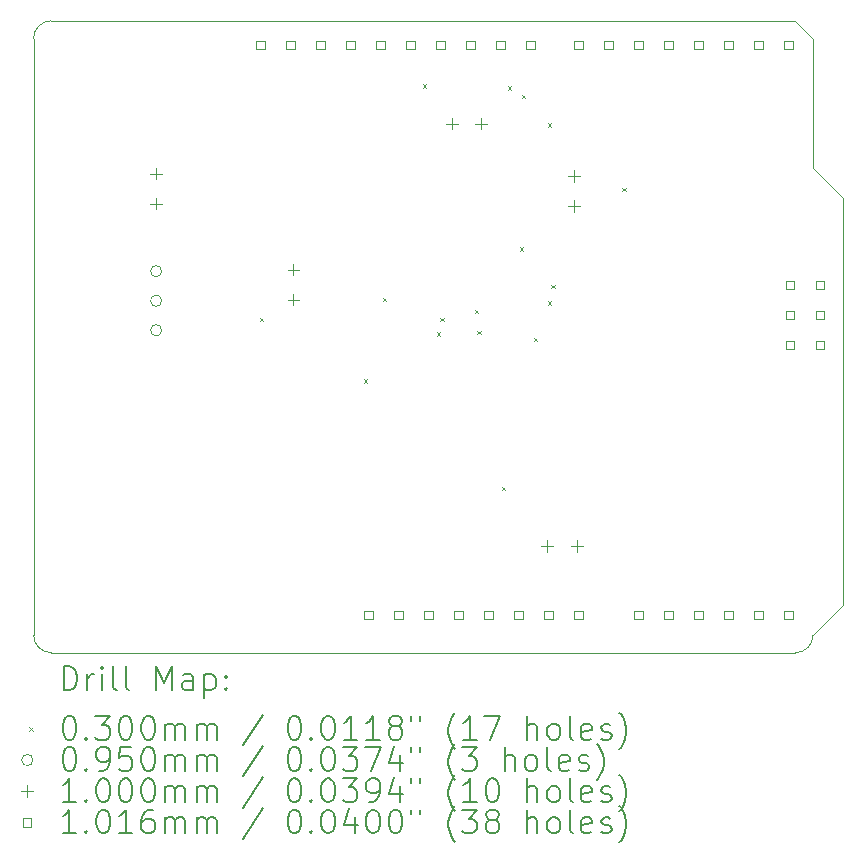
<source format=gbr>
%TF.GenerationSoftware,KiCad,Pcbnew,7.0.8*%
%TF.CreationDate,2023-12-02T16:18:23-07:00*%
%TF.ProjectId,drs,6472732e-6b69-4636-9164-5f7063625858,v1*%
%TF.SameCoordinates,Original*%
%TF.FileFunction,Drillmap*%
%TF.FilePolarity,Positive*%
%FSLAX45Y45*%
G04 Gerber Fmt 4.5, Leading zero omitted, Abs format (unit mm)*
G04 Created by KiCad (PCBNEW 7.0.8) date 2023-12-02 16:18:23*
%MOMM*%
%LPD*%
G01*
G04 APERTURE LIST*
%ADD10C,0.100000*%
%ADD11C,0.200000*%
%ADD12C,0.030000*%
%ADD13C,0.095000*%
%ADD14C,0.101600*%
G04 APERTURE END LIST*
D10*
X18300000Y-8450000D02*
X18300000Y-9050000D01*
X18050000Y-7100000D02*
X18050000Y-8200000D01*
X17900000Y-12300000D02*
G75*
G03*
X18050000Y-12150000I0J150000D01*
G01*
X18300000Y-11900000D02*
X18050000Y-12150000D01*
X17900000Y-6950000D02*
X18050000Y-7100000D01*
X11600000Y-6950000D02*
X17900000Y-6950000D01*
X11600000Y-6950000D02*
G75*
G03*
X11450000Y-7100000I0J-150000D01*
G01*
X18050000Y-8200000D02*
X18300000Y-8450000D01*
X11450000Y-7100000D02*
X11450000Y-12150000D01*
X17900000Y-12300000D02*
X11600000Y-12300000D01*
X11450000Y-12150000D02*
G75*
G03*
X11600000Y-12300000I150000J0D01*
G01*
X18300000Y-9050000D02*
X18300000Y-11900000D01*
D11*
D12*
X13365000Y-9465000D02*
X13395000Y-9495000D01*
X13395000Y-9465000D02*
X13365000Y-9495000D01*
X14245000Y-9985000D02*
X14275000Y-10015000D01*
X14275000Y-9985000D02*
X14245000Y-10015000D01*
X14405000Y-9295000D02*
X14435000Y-9325000D01*
X14435000Y-9295000D02*
X14405000Y-9325000D01*
X14745000Y-7485000D02*
X14775000Y-7515000D01*
X14775000Y-7485000D02*
X14745000Y-7515000D01*
X14865000Y-9585000D02*
X14895000Y-9615000D01*
X14895000Y-9585000D02*
X14865000Y-9615000D01*
X14895000Y-9465000D02*
X14925000Y-9495000D01*
X14925000Y-9465000D02*
X14895000Y-9495000D01*
X15185000Y-9395000D02*
X15215000Y-9425000D01*
X15215000Y-9395000D02*
X15185000Y-9425000D01*
X15205000Y-9575000D02*
X15235000Y-9605000D01*
X15235000Y-9575000D02*
X15205000Y-9605000D01*
X15415000Y-10895000D02*
X15445000Y-10925000D01*
X15445000Y-10895000D02*
X15415000Y-10925000D01*
X15465000Y-7505000D02*
X15495000Y-7535000D01*
X15495000Y-7505000D02*
X15465000Y-7535000D01*
X15565000Y-8865000D02*
X15595000Y-8895000D01*
X15595000Y-8865000D02*
X15565000Y-8895000D01*
X15585000Y-7575000D02*
X15615000Y-7605000D01*
X15615000Y-7575000D02*
X15585000Y-7605000D01*
X15685000Y-9635000D02*
X15715000Y-9665000D01*
X15715000Y-9635000D02*
X15685000Y-9665000D01*
X15805000Y-7815000D02*
X15835000Y-7845000D01*
X15835000Y-7815000D02*
X15805000Y-7845000D01*
X15805000Y-9325000D02*
X15835000Y-9355000D01*
X15835000Y-9325000D02*
X15805000Y-9355000D01*
X15835000Y-9185000D02*
X15865000Y-9215000D01*
X15865000Y-9185000D02*
X15835000Y-9215000D01*
X16435000Y-8365000D02*
X16465000Y-8395000D01*
X16465000Y-8365000D02*
X16435000Y-8395000D01*
D13*
X12535000Y-9070000D02*
G75*
G03*
X12535000Y-9070000I-47500J0D01*
G01*
X12535000Y-9320000D02*
G75*
G03*
X12535000Y-9320000I-47500J0D01*
G01*
X12535000Y-9570000D02*
G75*
G03*
X12535000Y-9570000I-47500J0D01*
G01*
D10*
X12490000Y-8193500D02*
X12490000Y-8293500D01*
X12440000Y-8243500D02*
X12540000Y-8243500D01*
X12490000Y-8447500D02*
X12490000Y-8547500D01*
X12440000Y-8497500D02*
X12540000Y-8497500D01*
X13650000Y-9006000D02*
X13650000Y-9106000D01*
X13600000Y-9056000D02*
X13700000Y-9056000D01*
X13650000Y-9260000D02*
X13650000Y-9360000D01*
X13600000Y-9310000D02*
X13700000Y-9310000D01*
X14990000Y-7770000D02*
X14990000Y-7870000D01*
X14940000Y-7820000D02*
X15040000Y-7820000D01*
X15240000Y-7770000D02*
X15240000Y-7870000D01*
X15190000Y-7820000D02*
X15290000Y-7820000D01*
X15800000Y-11350000D02*
X15800000Y-11450000D01*
X15750000Y-11400000D02*
X15850000Y-11400000D01*
X16027500Y-8215000D02*
X16027500Y-8315000D01*
X15977500Y-8265000D02*
X16077500Y-8265000D01*
X16027500Y-8465000D02*
X16027500Y-8565000D01*
X15977500Y-8515000D02*
X16077500Y-8515000D01*
X16050000Y-11350000D02*
X16050000Y-11450000D01*
X16000000Y-11400000D02*
X16100000Y-11400000D01*
D14*
X13405521Y-7189921D02*
X13405521Y-7118079D01*
X13333679Y-7118079D01*
X13333679Y-7189921D01*
X13405521Y-7189921D01*
X13659521Y-7189921D02*
X13659521Y-7118079D01*
X13587679Y-7118079D01*
X13587679Y-7189921D01*
X13659521Y-7189921D01*
X13913521Y-7189921D02*
X13913521Y-7118079D01*
X13841679Y-7118079D01*
X13841679Y-7189921D01*
X13913521Y-7189921D01*
X14167521Y-7189921D02*
X14167521Y-7118079D01*
X14095679Y-7118079D01*
X14095679Y-7189921D01*
X14167521Y-7189921D01*
X14319921Y-12015921D02*
X14319921Y-11944079D01*
X14248079Y-11944079D01*
X14248079Y-12015921D01*
X14319921Y-12015921D01*
X14421521Y-7189921D02*
X14421521Y-7118079D01*
X14349679Y-7118079D01*
X14349679Y-7189921D01*
X14421521Y-7189921D01*
X14573921Y-12015921D02*
X14573921Y-11944079D01*
X14502079Y-11944079D01*
X14502079Y-12015921D01*
X14573921Y-12015921D01*
X14675521Y-7189921D02*
X14675521Y-7118079D01*
X14603679Y-7118079D01*
X14603679Y-7189921D01*
X14675521Y-7189921D01*
X14827921Y-12015921D02*
X14827921Y-11944079D01*
X14756079Y-11944079D01*
X14756079Y-12015921D01*
X14827921Y-12015921D01*
X14929521Y-7189921D02*
X14929521Y-7118079D01*
X14857679Y-7118079D01*
X14857679Y-7189921D01*
X14929521Y-7189921D01*
X15081921Y-12015921D02*
X15081921Y-11944079D01*
X15010079Y-11944079D01*
X15010079Y-12015921D01*
X15081921Y-12015921D01*
X15183521Y-7189921D02*
X15183521Y-7118079D01*
X15111679Y-7118079D01*
X15111679Y-7189921D01*
X15183521Y-7189921D01*
X15335921Y-12015921D02*
X15335921Y-11944079D01*
X15264079Y-11944079D01*
X15264079Y-12015921D01*
X15335921Y-12015921D01*
X15437521Y-7189921D02*
X15437521Y-7118079D01*
X15365679Y-7118079D01*
X15365679Y-7189921D01*
X15437521Y-7189921D01*
X15589921Y-12015921D02*
X15589921Y-11944079D01*
X15518079Y-11944079D01*
X15518079Y-12015921D01*
X15589921Y-12015921D01*
X15691521Y-7189921D02*
X15691521Y-7118079D01*
X15619679Y-7118079D01*
X15619679Y-7189921D01*
X15691521Y-7189921D01*
X15843921Y-12015921D02*
X15843921Y-11944079D01*
X15772079Y-11944079D01*
X15772079Y-12015921D01*
X15843921Y-12015921D01*
X16097921Y-7189921D02*
X16097921Y-7118079D01*
X16026079Y-7118079D01*
X16026079Y-7189921D01*
X16097921Y-7189921D01*
X16097921Y-12015921D02*
X16097921Y-11944079D01*
X16026079Y-11944079D01*
X16026079Y-12015921D01*
X16097921Y-12015921D01*
X16351921Y-7189921D02*
X16351921Y-7118079D01*
X16280079Y-7118079D01*
X16280079Y-7189921D01*
X16351921Y-7189921D01*
X16605921Y-7189921D02*
X16605921Y-7118079D01*
X16534079Y-7118079D01*
X16534079Y-7189921D01*
X16605921Y-7189921D01*
X16605921Y-12015921D02*
X16605921Y-11944079D01*
X16534079Y-11944079D01*
X16534079Y-12015921D01*
X16605921Y-12015921D01*
X16859921Y-7189921D02*
X16859921Y-7118079D01*
X16788079Y-7118079D01*
X16788079Y-7189921D01*
X16859921Y-7189921D01*
X16859921Y-12015921D02*
X16859921Y-11944079D01*
X16788079Y-11944079D01*
X16788079Y-12015921D01*
X16859921Y-12015921D01*
X17113921Y-7189921D02*
X17113921Y-7118079D01*
X17042079Y-7118079D01*
X17042079Y-7189921D01*
X17113921Y-7189921D01*
X17113921Y-12015921D02*
X17113921Y-11944079D01*
X17042079Y-11944079D01*
X17042079Y-12015921D01*
X17113921Y-12015921D01*
X17367921Y-7189921D02*
X17367921Y-7118079D01*
X17296079Y-7118079D01*
X17296079Y-7189921D01*
X17367921Y-7189921D01*
X17367921Y-12015921D02*
X17367921Y-11944079D01*
X17296079Y-11944079D01*
X17296079Y-12015921D01*
X17367921Y-12015921D01*
X17621921Y-7189921D02*
X17621921Y-7118079D01*
X17550079Y-7118079D01*
X17550079Y-7189921D01*
X17621921Y-7189921D01*
X17621921Y-12015921D02*
X17621921Y-11944079D01*
X17550079Y-11944079D01*
X17550079Y-12015921D01*
X17621921Y-12015921D01*
X17875921Y-7189921D02*
X17875921Y-7118079D01*
X17804079Y-7118079D01*
X17804079Y-7189921D01*
X17875921Y-7189921D01*
X17875921Y-12015921D02*
X17875921Y-11944079D01*
X17804079Y-11944079D01*
X17804079Y-12015921D01*
X17875921Y-12015921D01*
X17888621Y-9221921D02*
X17888621Y-9150079D01*
X17816779Y-9150079D01*
X17816779Y-9221921D01*
X17888621Y-9221921D01*
X17888621Y-9475921D02*
X17888621Y-9404079D01*
X17816779Y-9404079D01*
X17816779Y-9475921D01*
X17888621Y-9475921D01*
X17888621Y-9729921D02*
X17888621Y-9658079D01*
X17816779Y-9658079D01*
X17816779Y-9729921D01*
X17888621Y-9729921D01*
X18142621Y-9221921D02*
X18142621Y-9150079D01*
X18070779Y-9150079D01*
X18070779Y-9221921D01*
X18142621Y-9221921D01*
X18142621Y-9475921D02*
X18142621Y-9404079D01*
X18070779Y-9404079D01*
X18070779Y-9475921D01*
X18142621Y-9475921D01*
X18142621Y-9729921D02*
X18142621Y-9658079D01*
X18070779Y-9658079D01*
X18070779Y-9729921D01*
X18142621Y-9729921D01*
D11*
X11705777Y-12616484D02*
X11705777Y-12416484D01*
X11705777Y-12416484D02*
X11753396Y-12416484D01*
X11753396Y-12416484D02*
X11781967Y-12426008D01*
X11781967Y-12426008D02*
X11801015Y-12445055D01*
X11801015Y-12445055D02*
X11810539Y-12464103D01*
X11810539Y-12464103D02*
X11820062Y-12502198D01*
X11820062Y-12502198D02*
X11820062Y-12530769D01*
X11820062Y-12530769D02*
X11810539Y-12568865D01*
X11810539Y-12568865D02*
X11801015Y-12587912D01*
X11801015Y-12587912D02*
X11781967Y-12606960D01*
X11781967Y-12606960D02*
X11753396Y-12616484D01*
X11753396Y-12616484D02*
X11705777Y-12616484D01*
X11905777Y-12616484D02*
X11905777Y-12483150D01*
X11905777Y-12521246D02*
X11915301Y-12502198D01*
X11915301Y-12502198D02*
X11924824Y-12492674D01*
X11924824Y-12492674D02*
X11943872Y-12483150D01*
X11943872Y-12483150D02*
X11962920Y-12483150D01*
X12029586Y-12616484D02*
X12029586Y-12483150D01*
X12029586Y-12416484D02*
X12020062Y-12426008D01*
X12020062Y-12426008D02*
X12029586Y-12435531D01*
X12029586Y-12435531D02*
X12039110Y-12426008D01*
X12039110Y-12426008D02*
X12029586Y-12416484D01*
X12029586Y-12416484D02*
X12029586Y-12435531D01*
X12153396Y-12616484D02*
X12134348Y-12606960D01*
X12134348Y-12606960D02*
X12124824Y-12587912D01*
X12124824Y-12587912D02*
X12124824Y-12416484D01*
X12258158Y-12616484D02*
X12239110Y-12606960D01*
X12239110Y-12606960D02*
X12229586Y-12587912D01*
X12229586Y-12587912D02*
X12229586Y-12416484D01*
X12486729Y-12616484D02*
X12486729Y-12416484D01*
X12486729Y-12416484D02*
X12553396Y-12559341D01*
X12553396Y-12559341D02*
X12620062Y-12416484D01*
X12620062Y-12416484D02*
X12620062Y-12616484D01*
X12801015Y-12616484D02*
X12801015Y-12511722D01*
X12801015Y-12511722D02*
X12791491Y-12492674D01*
X12791491Y-12492674D02*
X12772443Y-12483150D01*
X12772443Y-12483150D02*
X12734348Y-12483150D01*
X12734348Y-12483150D02*
X12715301Y-12492674D01*
X12801015Y-12606960D02*
X12781967Y-12616484D01*
X12781967Y-12616484D02*
X12734348Y-12616484D01*
X12734348Y-12616484D02*
X12715301Y-12606960D01*
X12715301Y-12606960D02*
X12705777Y-12587912D01*
X12705777Y-12587912D02*
X12705777Y-12568865D01*
X12705777Y-12568865D02*
X12715301Y-12549817D01*
X12715301Y-12549817D02*
X12734348Y-12540293D01*
X12734348Y-12540293D02*
X12781967Y-12540293D01*
X12781967Y-12540293D02*
X12801015Y-12530769D01*
X12896253Y-12483150D02*
X12896253Y-12683150D01*
X12896253Y-12492674D02*
X12915301Y-12483150D01*
X12915301Y-12483150D02*
X12953396Y-12483150D01*
X12953396Y-12483150D02*
X12972443Y-12492674D01*
X12972443Y-12492674D02*
X12981967Y-12502198D01*
X12981967Y-12502198D02*
X12991491Y-12521246D01*
X12991491Y-12521246D02*
X12991491Y-12578388D01*
X12991491Y-12578388D02*
X12981967Y-12597436D01*
X12981967Y-12597436D02*
X12972443Y-12606960D01*
X12972443Y-12606960D02*
X12953396Y-12616484D01*
X12953396Y-12616484D02*
X12915301Y-12616484D01*
X12915301Y-12616484D02*
X12896253Y-12606960D01*
X13077205Y-12597436D02*
X13086729Y-12606960D01*
X13086729Y-12606960D02*
X13077205Y-12616484D01*
X13077205Y-12616484D02*
X13067682Y-12606960D01*
X13067682Y-12606960D02*
X13077205Y-12597436D01*
X13077205Y-12597436D02*
X13077205Y-12616484D01*
X13077205Y-12492674D02*
X13086729Y-12502198D01*
X13086729Y-12502198D02*
X13077205Y-12511722D01*
X13077205Y-12511722D02*
X13067682Y-12502198D01*
X13067682Y-12502198D02*
X13077205Y-12492674D01*
X13077205Y-12492674D02*
X13077205Y-12511722D01*
D12*
X11415000Y-12930000D02*
X11445000Y-12960000D01*
X11445000Y-12930000D02*
X11415000Y-12960000D01*
D11*
X11743872Y-12836484D02*
X11762920Y-12836484D01*
X11762920Y-12836484D02*
X11781967Y-12846008D01*
X11781967Y-12846008D02*
X11791491Y-12855531D01*
X11791491Y-12855531D02*
X11801015Y-12874579D01*
X11801015Y-12874579D02*
X11810539Y-12912674D01*
X11810539Y-12912674D02*
X11810539Y-12960293D01*
X11810539Y-12960293D02*
X11801015Y-12998388D01*
X11801015Y-12998388D02*
X11791491Y-13017436D01*
X11791491Y-13017436D02*
X11781967Y-13026960D01*
X11781967Y-13026960D02*
X11762920Y-13036484D01*
X11762920Y-13036484D02*
X11743872Y-13036484D01*
X11743872Y-13036484D02*
X11724824Y-13026960D01*
X11724824Y-13026960D02*
X11715301Y-13017436D01*
X11715301Y-13017436D02*
X11705777Y-12998388D01*
X11705777Y-12998388D02*
X11696253Y-12960293D01*
X11696253Y-12960293D02*
X11696253Y-12912674D01*
X11696253Y-12912674D02*
X11705777Y-12874579D01*
X11705777Y-12874579D02*
X11715301Y-12855531D01*
X11715301Y-12855531D02*
X11724824Y-12846008D01*
X11724824Y-12846008D02*
X11743872Y-12836484D01*
X11896253Y-13017436D02*
X11905777Y-13026960D01*
X11905777Y-13026960D02*
X11896253Y-13036484D01*
X11896253Y-13036484D02*
X11886729Y-13026960D01*
X11886729Y-13026960D02*
X11896253Y-13017436D01*
X11896253Y-13017436D02*
X11896253Y-13036484D01*
X11972443Y-12836484D02*
X12096253Y-12836484D01*
X12096253Y-12836484D02*
X12029586Y-12912674D01*
X12029586Y-12912674D02*
X12058158Y-12912674D01*
X12058158Y-12912674D02*
X12077205Y-12922198D01*
X12077205Y-12922198D02*
X12086729Y-12931722D01*
X12086729Y-12931722D02*
X12096253Y-12950769D01*
X12096253Y-12950769D02*
X12096253Y-12998388D01*
X12096253Y-12998388D02*
X12086729Y-13017436D01*
X12086729Y-13017436D02*
X12077205Y-13026960D01*
X12077205Y-13026960D02*
X12058158Y-13036484D01*
X12058158Y-13036484D02*
X12001015Y-13036484D01*
X12001015Y-13036484D02*
X11981967Y-13026960D01*
X11981967Y-13026960D02*
X11972443Y-13017436D01*
X12220062Y-12836484D02*
X12239110Y-12836484D01*
X12239110Y-12836484D02*
X12258158Y-12846008D01*
X12258158Y-12846008D02*
X12267682Y-12855531D01*
X12267682Y-12855531D02*
X12277205Y-12874579D01*
X12277205Y-12874579D02*
X12286729Y-12912674D01*
X12286729Y-12912674D02*
X12286729Y-12960293D01*
X12286729Y-12960293D02*
X12277205Y-12998388D01*
X12277205Y-12998388D02*
X12267682Y-13017436D01*
X12267682Y-13017436D02*
X12258158Y-13026960D01*
X12258158Y-13026960D02*
X12239110Y-13036484D01*
X12239110Y-13036484D02*
X12220062Y-13036484D01*
X12220062Y-13036484D02*
X12201015Y-13026960D01*
X12201015Y-13026960D02*
X12191491Y-13017436D01*
X12191491Y-13017436D02*
X12181967Y-12998388D01*
X12181967Y-12998388D02*
X12172443Y-12960293D01*
X12172443Y-12960293D02*
X12172443Y-12912674D01*
X12172443Y-12912674D02*
X12181967Y-12874579D01*
X12181967Y-12874579D02*
X12191491Y-12855531D01*
X12191491Y-12855531D02*
X12201015Y-12846008D01*
X12201015Y-12846008D02*
X12220062Y-12836484D01*
X12410539Y-12836484D02*
X12429586Y-12836484D01*
X12429586Y-12836484D02*
X12448634Y-12846008D01*
X12448634Y-12846008D02*
X12458158Y-12855531D01*
X12458158Y-12855531D02*
X12467682Y-12874579D01*
X12467682Y-12874579D02*
X12477205Y-12912674D01*
X12477205Y-12912674D02*
X12477205Y-12960293D01*
X12477205Y-12960293D02*
X12467682Y-12998388D01*
X12467682Y-12998388D02*
X12458158Y-13017436D01*
X12458158Y-13017436D02*
X12448634Y-13026960D01*
X12448634Y-13026960D02*
X12429586Y-13036484D01*
X12429586Y-13036484D02*
X12410539Y-13036484D01*
X12410539Y-13036484D02*
X12391491Y-13026960D01*
X12391491Y-13026960D02*
X12381967Y-13017436D01*
X12381967Y-13017436D02*
X12372443Y-12998388D01*
X12372443Y-12998388D02*
X12362920Y-12960293D01*
X12362920Y-12960293D02*
X12362920Y-12912674D01*
X12362920Y-12912674D02*
X12372443Y-12874579D01*
X12372443Y-12874579D02*
X12381967Y-12855531D01*
X12381967Y-12855531D02*
X12391491Y-12846008D01*
X12391491Y-12846008D02*
X12410539Y-12836484D01*
X12562920Y-13036484D02*
X12562920Y-12903150D01*
X12562920Y-12922198D02*
X12572443Y-12912674D01*
X12572443Y-12912674D02*
X12591491Y-12903150D01*
X12591491Y-12903150D02*
X12620063Y-12903150D01*
X12620063Y-12903150D02*
X12639110Y-12912674D01*
X12639110Y-12912674D02*
X12648634Y-12931722D01*
X12648634Y-12931722D02*
X12648634Y-13036484D01*
X12648634Y-12931722D02*
X12658158Y-12912674D01*
X12658158Y-12912674D02*
X12677205Y-12903150D01*
X12677205Y-12903150D02*
X12705777Y-12903150D01*
X12705777Y-12903150D02*
X12724824Y-12912674D01*
X12724824Y-12912674D02*
X12734348Y-12931722D01*
X12734348Y-12931722D02*
X12734348Y-13036484D01*
X12829586Y-13036484D02*
X12829586Y-12903150D01*
X12829586Y-12922198D02*
X12839110Y-12912674D01*
X12839110Y-12912674D02*
X12858158Y-12903150D01*
X12858158Y-12903150D02*
X12886729Y-12903150D01*
X12886729Y-12903150D02*
X12905777Y-12912674D01*
X12905777Y-12912674D02*
X12915301Y-12931722D01*
X12915301Y-12931722D02*
X12915301Y-13036484D01*
X12915301Y-12931722D02*
X12924824Y-12912674D01*
X12924824Y-12912674D02*
X12943872Y-12903150D01*
X12943872Y-12903150D02*
X12972443Y-12903150D01*
X12972443Y-12903150D02*
X12991491Y-12912674D01*
X12991491Y-12912674D02*
X13001015Y-12931722D01*
X13001015Y-12931722D02*
X13001015Y-13036484D01*
X13391491Y-12826960D02*
X13220063Y-13084103D01*
X13648634Y-12836484D02*
X13667682Y-12836484D01*
X13667682Y-12836484D02*
X13686729Y-12846008D01*
X13686729Y-12846008D02*
X13696253Y-12855531D01*
X13696253Y-12855531D02*
X13705777Y-12874579D01*
X13705777Y-12874579D02*
X13715301Y-12912674D01*
X13715301Y-12912674D02*
X13715301Y-12960293D01*
X13715301Y-12960293D02*
X13705777Y-12998388D01*
X13705777Y-12998388D02*
X13696253Y-13017436D01*
X13696253Y-13017436D02*
X13686729Y-13026960D01*
X13686729Y-13026960D02*
X13667682Y-13036484D01*
X13667682Y-13036484D02*
X13648634Y-13036484D01*
X13648634Y-13036484D02*
X13629586Y-13026960D01*
X13629586Y-13026960D02*
X13620063Y-13017436D01*
X13620063Y-13017436D02*
X13610539Y-12998388D01*
X13610539Y-12998388D02*
X13601015Y-12960293D01*
X13601015Y-12960293D02*
X13601015Y-12912674D01*
X13601015Y-12912674D02*
X13610539Y-12874579D01*
X13610539Y-12874579D02*
X13620063Y-12855531D01*
X13620063Y-12855531D02*
X13629586Y-12846008D01*
X13629586Y-12846008D02*
X13648634Y-12836484D01*
X13801015Y-13017436D02*
X13810539Y-13026960D01*
X13810539Y-13026960D02*
X13801015Y-13036484D01*
X13801015Y-13036484D02*
X13791491Y-13026960D01*
X13791491Y-13026960D02*
X13801015Y-13017436D01*
X13801015Y-13017436D02*
X13801015Y-13036484D01*
X13934348Y-12836484D02*
X13953396Y-12836484D01*
X13953396Y-12836484D02*
X13972444Y-12846008D01*
X13972444Y-12846008D02*
X13981967Y-12855531D01*
X13981967Y-12855531D02*
X13991491Y-12874579D01*
X13991491Y-12874579D02*
X14001015Y-12912674D01*
X14001015Y-12912674D02*
X14001015Y-12960293D01*
X14001015Y-12960293D02*
X13991491Y-12998388D01*
X13991491Y-12998388D02*
X13981967Y-13017436D01*
X13981967Y-13017436D02*
X13972444Y-13026960D01*
X13972444Y-13026960D02*
X13953396Y-13036484D01*
X13953396Y-13036484D02*
X13934348Y-13036484D01*
X13934348Y-13036484D02*
X13915301Y-13026960D01*
X13915301Y-13026960D02*
X13905777Y-13017436D01*
X13905777Y-13017436D02*
X13896253Y-12998388D01*
X13896253Y-12998388D02*
X13886729Y-12960293D01*
X13886729Y-12960293D02*
X13886729Y-12912674D01*
X13886729Y-12912674D02*
X13896253Y-12874579D01*
X13896253Y-12874579D02*
X13905777Y-12855531D01*
X13905777Y-12855531D02*
X13915301Y-12846008D01*
X13915301Y-12846008D02*
X13934348Y-12836484D01*
X14191491Y-13036484D02*
X14077206Y-13036484D01*
X14134348Y-13036484D02*
X14134348Y-12836484D01*
X14134348Y-12836484D02*
X14115301Y-12865055D01*
X14115301Y-12865055D02*
X14096253Y-12884103D01*
X14096253Y-12884103D02*
X14077206Y-12893627D01*
X14381967Y-13036484D02*
X14267682Y-13036484D01*
X14324825Y-13036484D02*
X14324825Y-12836484D01*
X14324825Y-12836484D02*
X14305777Y-12865055D01*
X14305777Y-12865055D02*
X14286729Y-12884103D01*
X14286729Y-12884103D02*
X14267682Y-12893627D01*
X14496253Y-12922198D02*
X14477206Y-12912674D01*
X14477206Y-12912674D02*
X14467682Y-12903150D01*
X14467682Y-12903150D02*
X14458158Y-12884103D01*
X14458158Y-12884103D02*
X14458158Y-12874579D01*
X14458158Y-12874579D02*
X14467682Y-12855531D01*
X14467682Y-12855531D02*
X14477206Y-12846008D01*
X14477206Y-12846008D02*
X14496253Y-12836484D01*
X14496253Y-12836484D02*
X14534348Y-12836484D01*
X14534348Y-12836484D02*
X14553396Y-12846008D01*
X14553396Y-12846008D02*
X14562920Y-12855531D01*
X14562920Y-12855531D02*
X14572444Y-12874579D01*
X14572444Y-12874579D02*
X14572444Y-12884103D01*
X14572444Y-12884103D02*
X14562920Y-12903150D01*
X14562920Y-12903150D02*
X14553396Y-12912674D01*
X14553396Y-12912674D02*
X14534348Y-12922198D01*
X14534348Y-12922198D02*
X14496253Y-12922198D01*
X14496253Y-12922198D02*
X14477206Y-12931722D01*
X14477206Y-12931722D02*
X14467682Y-12941246D01*
X14467682Y-12941246D02*
X14458158Y-12960293D01*
X14458158Y-12960293D02*
X14458158Y-12998388D01*
X14458158Y-12998388D02*
X14467682Y-13017436D01*
X14467682Y-13017436D02*
X14477206Y-13026960D01*
X14477206Y-13026960D02*
X14496253Y-13036484D01*
X14496253Y-13036484D02*
X14534348Y-13036484D01*
X14534348Y-13036484D02*
X14553396Y-13026960D01*
X14553396Y-13026960D02*
X14562920Y-13017436D01*
X14562920Y-13017436D02*
X14572444Y-12998388D01*
X14572444Y-12998388D02*
X14572444Y-12960293D01*
X14572444Y-12960293D02*
X14562920Y-12941246D01*
X14562920Y-12941246D02*
X14553396Y-12931722D01*
X14553396Y-12931722D02*
X14534348Y-12922198D01*
X14648634Y-12836484D02*
X14648634Y-12874579D01*
X14724825Y-12836484D02*
X14724825Y-12874579D01*
X15020063Y-13112674D02*
X15010539Y-13103150D01*
X15010539Y-13103150D02*
X14991491Y-13074579D01*
X14991491Y-13074579D02*
X14981968Y-13055531D01*
X14981968Y-13055531D02*
X14972444Y-13026960D01*
X14972444Y-13026960D02*
X14962920Y-12979341D01*
X14962920Y-12979341D02*
X14962920Y-12941246D01*
X14962920Y-12941246D02*
X14972444Y-12893627D01*
X14972444Y-12893627D02*
X14981968Y-12865055D01*
X14981968Y-12865055D02*
X14991491Y-12846008D01*
X14991491Y-12846008D02*
X15010539Y-12817436D01*
X15010539Y-12817436D02*
X15020063Y-12807912D01*
X15201015Y-13036484D02*
X15086729Y-13036484D01*
X15143872Y-13036484D02*
X15143872Y-12836484D01*
X15143872Y-12836484D02*
X15124825Y-12865055D01*
X15124825Y-12865055D02*
X15105777Y-12884103D01*
X15105777Y-12884103D02*
X15086729Y-12893627D01*
X15267682Y-12836484D02*
X15401015Y-12836484D01*
X15401015Y-12836484D02*
X15315301Y-13036484D01*
X15629587Y-13036484D02*
X15629587Y-12836484D01*
X15715301Y-13036484D02*
X15715301Y-12931722D01*
X15715301Y-12931722D02*
X15705777Y-12912674D01*
X15705777Y-12912674D02*
X15686730Y-12903150D01*
X15686730Y-12903150D02*
X15658158Y-12903150D01*
X15658158Y-12903150D02*
X15639110Y-12912674D01*
X15639110Y-12912674D02*
X15629587Y-12922198D01*
X15839110Y-13036484D02*
X15820063Y-13026960D01*
X15820063Y-13026960D02*
X15810539Y-13017436D01*
X15810539Y-13017436D02*
X15801015Y-12998388D01*
X15801015Y-12998388D02*
X15801015Y-12941246D01*
X15801015Y-12941246D02*
X15810539Y-12922198D01*
X15810539Y-12922198D02*
X15820063Y-12912674D01*
X15820063Y-12912674D02*
X15839110Y-12903150D01*
X15839110Y-12903150D02*
X15867682Y-12903150D01*
X15867682Y-12903150D02*
X15886730Y-12912674D01*
X15886730Y-12912674D02*
X15896253Y-12922198D01*
X15896253Y-12922198D02*
X15905777Y-12941246D01*
X15905777Y-12941246D02*
X15905777Y-12998388D01*
X15905777Y-12998388D02*
X15896253Y-13017436D01*
X15896253Y-13017436D02*
X15886730Y-13026960D01*
X15886730Y-13026960D02*
X15867682Y-13036484D01*
X15867682Y-13036484D02*
X15839110Y-13036484D01*
X16020063Y-13036484D02*
X16001015Y-13026960D01*
X16001015Y-13026960D02*
X15991491Y-13007912D01*
X15991491Y-13007912D02*
X15991491Y-12836484D01*
X16172444Y-13026960D02*
X16153396Y-13036484D01*
X16153396Y-13036484D02*
X16115301Y-13036484D01*
X16115301Y-13036484D02*
X16096253Y-13026960D01*
X16096253Y-13026960D02*
X16086730Y-13007912D01*
X16086730Y-13007912D02*
X16086730Y-12931722D01*
X16086730Y-12931722D02*
X16096253Y-12912674D01*
X16096253Y-12912674D02*
X16115301Y-12903150D01*
X16115301Y-12903150D02*
X16153396Y-12903150D01*
X16153396Y-12903150D02*
X16172444Y-12912674D01*
X16172444Y-12912674D02*
X16181968Y-12931722D01*
X16181968Y-12931722D02*
X16181968Y-12950769D01*
X16181968Y-12950769D02*
X16086730Y-12969817D01*
X16258158Y-13026960D02*
X16277206Y-13036484D01*
X16277206Y-13036484D02*
X16315301Y-13036484D01*
X16315301Y-13036484D02*
X16334349Y-13026960D01*
X16334349Y-13026960D02*
X16343872Y-13007912D01*
X16343872Y-13007912D02*
X16343872Y-12998388D01*
X16343872Y-12998388D02*
X16334349Y-12979341D01*
X16334349Y-12979341D02*
X16315301Y-12969817D01*
X16315301Y-12969817D02*
X16286730Y-12969817D01*
X16286730Y-12969817D02*
X16267682Y-12960293D01*
X16267682Y-12960293D02*
X16258158Y-12941246D01*
X16258158Y-12941246D02*
X16258158Y-12931722D01*
X16258158Y-12931722D02*
X16267682Y-12912674D01*
X16267682Y-12912674D02*
X16286730Y-12903150D01*
X16286730Y-12903150D02*
X16315301Y-12903150D01*
X16315301Y-12903150D02*
X16334349Y-12912674D01*
X16410539Y-13112674D02*
X16420063Y-13103150D01*
X16420063Y-13103150D02*
X16439111Y-13074579D01*
X16439111Y-13074579D02*
X16448634Y-13055531D01*
X16448634Y-13055531D02*
X16458158Y-13026960D01*
X16458158Y-13026960D02*
X16467682Y-12979341D01*
X16467682Y-12979341D02*
X16467682Y-12941246D01*
X16467682Y-12941246D02*
X16458158Y-12893627D01*
X16458158Y-12893627D02*
X16448634Y-12865055D01*
X16448634Y-12865055D02*
X16439111Y-12846008D01*
X16439111Y-12846008D02*
X16420063Y-12817436D01*
X16420063Y-12817436D02*
X16410539Y-12807912D01*
D13*
X11445000Y-13209000D02*
G75*
G03*
X11445000Y-13209000I-47500J0D01*
G01*
D11*
X11743872Y-13100484D02*
X11762920Y-13100484D01*
X11762920Y-13100484D02*
X11781967Y-13110008D01*
X11781967Y-13110008D02*
X11791491Y-13119531D01*
X11791491Y-13119531D02*
X11801015Y-13138579D01*
X11801015Y-13138579D02*
X11810539Y-13176674D01*
X11810539Y-13176674D02*
X11810539Y-13224293D01*
X11810539Y-13224293D02*
X11801015Y-13262388D01*
X11801015Y-13262388D02*
X11791491Y-13281436D01*
X11791491Y-13281436D02*
X11781967Y-13290960D01*
X11781967Y-13290960D02*
X11762920Y-13300484D01*
X11762920Y-13300484D02*
X11743872Y-13300484D01*
X11743872Y-13300484D02*
X11724824Y-13290960D01*
X11724824Y-13290960D02*
X11715301Y-13281436D01*
X11715301Y-13281436D02*
X11705777Y-13262388D01*
X11705777Y-13262388D02*
X11696253Y-13224293D01*
X11696253Y-13224293D02*
X11696253Y-13176674D01*
X11696253Y-13176674D02*
X11705777Y-13138579D01*
X11705777Y-13138579D02*
X11715301Y-13119531D01*
X11715301Y-13119531D02*
X11724824Y-13110008D01*
X11724824Y-13110008D02*
X11743872Y-13100484D01*
X11896253Y-13281436D02*
X11905777Y-13290960D01*
X11905777Y-13290960D02*
X11896253Y-13300484D01*
X11896253Y-13300484D02*
X11886729Y-13290960D01*
X11886729Y-13290960D02*
X11896253Y-13281436D01*
X11896253Y-13281436D02*
X11896253Y-13300484D01*
X12001015Y-13300484D02*
X12039110Y-13300484D01*
X12039110Y-13300484D02*
X12058158Y-13290960D01*
X12058158Y-13290960D02*
X12067682Y-13281436D01*
X12067682Y-13281436D02*
X12086729Y-13252865D01*
X12086729Y-13252865D02*
X12096253Y-13214769D01*
X12096253Y-13214769D02*
X12096253Y-13138579D01*
X12096253Y-13138579D02*
X12086729Y-13119531D01*
X12086729Y-13119531D02*
X12077205Y-13110008D01*
X12077205Y-13110008D02*
X12058158Y-13100484D01*
X12058158Y-13100484D02*
X12020062Y-13100484D01*
X12020062Y-13100484D02*
X12001015Y-13110008D01*
X12001015Y-13110008D02*
X11991491Y-13119531D01*
X11991491Y-13119531D02*
X11981967Y-13138579D01*
X11981967Y-13138579D02*
X11981967Y-13186198D01*
X11981967Y-13186198D02*
X11991491Y-13205246D01*
X11991491Y-13205246D02*
X12001015Y-13214769D01*
X12001015Y-13214769D02*
X12020062Y-13224293D01*
X12020062Y-13224293D02*
X12058158Y-13224293D01*
X12058158Y-13224293D02*
X12077205Y-13214769D01*
X12077205Y-13214769D02*
X12086729Y-13205246D01*
X12086729Y-13205246D02*
X12096253Y-13186198D01*
X12277205Y-13100484D02*
X12181967Y-13100484D01*
X12181967Y-13100484D02*
X12172443Y-13195722D01*
X12172443Y-13195722D02*
X12181967Y-13186198D01*
X12181967Y-13186198D02*
X12201015Y-13176674D01*
X12201015Y-13176674D02*
X12248634Y-13176674D01*
X12248634Y-13176674D02*
X12267682Y-13186198D01*
X12267682Y-13186198D02*
X12277205Y-13195722D01*
X12277205Y-13195722D02*
X12286729Y-13214769D01*
X12286729Y-13214769D02*
X12286729Y-13262388D01*
X12286729Y-13262388D02*
X12277205Y-13281436D01*
X12277205Y-13281436D02*
X12267682Y-13290960D01*
X12267682Y-13290960D02*
X12248634Y-13300484D01*
X12248634Y-13300484D02*
X12201015Y-13300484D01*
X12201015Y-13300484D02*
X12181967Y-13290960D01*
X12181967Y-13290960D02*
X12172443Y-13281436D01*
X12410539Y-13100484D02*
X12429586Y-13100484D01*
X12429586Y-13100484D02*
X12448634Y-13110008D01*
X12448634Y-13110008D02*
X12458158Y-13119531D01*
X12458158Y-13119531D02*
X12467682Y-13138579D01*
X12467682Y-13138579D02*
X12477205Y-13176674D01*
X12477205Y-13176674D02*
X12477205Y-13224293D01*
X12477205Y-13224293D02*
X12467682Y-13262388D01*
X12467682Y-13262388D02*
X12458158Y-13281436D01*
X12458158Y-13281436D02*
X12448634Y-13290960D01*
X12448634Y-13290960D02*
X12429586Y-13300484D01*
X12429586Y-13300484D02*
X12410539Y-13300484D01*
X12410539Y-13300484D02*
X12391491Y-13290960D01*
X12391491Y-13290960D02*
X12381967Y-13281436D01*
X12381967Y-13281436D02*
X12372443Y-13262388D01*
X12372443Y-13262388D02*
X12362920Y-13224293D01*
X12362920Y-13224293D02*
X12362920Y-13176674D01*
X12362920Y-13176674D02*
X12372443Y-13138579D01*
X12372443Y-13138579D02*
X12381967Y-13119531D01*
X12381967Y-13119531D02*
X12391491Y-13110008D01*
X12391491Y-13110008D02*
X12410539Y-13100484D01*
X12562920Y-13300484D02*
X12562920Y-13167150D01*
X12562920Y-13186198D02*
X12572443Y-13176674D01*
X12572443Y-13176674D02*
X12591491Y-13167150D01*
X12591491Y-13167150D02*
X12620063Y-13167150D01*
X12620063Y-13167150D02*
X12639110Y-13176674D01*
X12639110Y-13176674D02*
X12648634Y-13195722D01*
X12648634Y-13195722D02*
X12648634Y-13300484D01*
X12648634Y-13195722D02*
X12658158Y-13176674D01*
X12658158Y-13176674D02*
X12677205Y-13167150D01*
X12677205Y-13167150D02*
X12705777Y-13167150D01*
X12705777Y-13167150D02*
X12724824Y-13176674D01*
X12724824Y-13176674D02*
X12734348Y-13195722D01*
X12734348Y-13195722D02*
X12734348Y-13300484D01*
X12829586Y-13300484D02*
X12829586Y-13167150D01*
X12829586Y-13186198D02*
X12839110Y-13176674D01*
X12839110Y-13176674D02*
X12858158Y-13167150D01*
X12858158Y-13167150D02*
X12886729Y-13167150D01*
X12886729Y-13167150D02*
X12905777Y-13176674D01*
X12905777Y-13176674D02*
X12915301Y-13195722D01*
X12915301Y-13195722D02*
X12915301Y-13300484D01*
X12915301Y-13195722D02*
X12924824Y-13176674D01*
X12924824Y-13176674D02*
X12943872Y-13167150D01*
X12943872Y-13167150D02*
X12972443Y-13167150D01*
X12972443Y-13167150D02*
X12991491Y-13176674D01*
X12991491Y-13176674D02*
X13001015Y-13195722D01*
X13001015Y-13195722D02*
X13001015Y-13300484D01*
X13391491Y-13090960D02*
X13220063Y-13348103D01*
X13648634Y-13100484D02*
X13667682Y-13100484D01*
X13667682Y-13100484D02*
X13686729Y-13110008D01*
X13686729Y-13110008D02*
X13696253Y-13119531D01*
X13696253Y-13119531D02*
X13705777Y-13138579D01*
X13705777Y-13138579D02*
X13715301Y-13176674D01*
X13715301Y-13176674D02*
X13715301Y-13224293D01*
X13715301Y-13224293D02*
X13705777Y-13262388D01*
X13705777Y-13262388D02*
X13696253Y-13281436D01*
X13696253Y-13281436D02*
X13686729Y-13290960D01*
X13686729Y-13290960D02*
X13667682Y-13300484D01*
X13667682Y-13300484D02*
X13648634Y-13300484D01*
X13648634Y-13300484D02*
X13629586Y-13290960D01*
X13629586Y-13290960D02*
X13620063Y-13281436D01*
X13620063Y-13281436D02*
X13610539Y-13262388D01*
X13610539Y-13262388D02*
X13601015Y-13224293D01*
X13601015Y-13224293D02*
X13601015Y-13176674D01*
X13601015Y-13176674D02*
X13610539Y-13138579D01*
X13610539Y-13138579D02*
X13620063Y-13119531D01*
X13620063Y-13119531D02*
X13629586Y-13110008D01*
X13629586Y-13110008D02*
X13648634Y-13100484D01*
X13801015Y-13281436D02*
X13810539Y-13290960D01*
X13810539Y-13290960D02*
X13801015Y-13300484D01*
X13801015Y-13300484D02*
X13791491Y-13290960D01*
X13791491Y-13290960D02*
X13801015Y-13281436D01*
X13801015Y-13281436D02*
X13801015Y-13300484D01*
X13934348Y-13100484D02*
X13953396Y-13100484D01*
X13953396Y-13100484D02*
X13972444Y-13110008D01*
X13972444Y-13110008D02*
X13981967Y-13119531D01*
X13981967Y-13119531D02*
X13991491Y-13138579D01*
X13991491Y-13138579D02*
X14001015Y-13176674D01*
X14001015Y-13176674D02*
X14001015Y-13224293D01*
X14001015Y-13224293D02*
X13991491Y-13262388D01*
X13991491Y-13262388D02*
X13981967Y-13281436D01*
X13981967Y-13281436D02*
X13972444Y-13290960D01*
X13972444Y-13290960D02*
X13953396Y-13300484D01*
X13953396Y-13300484D02*
X13934348Y-13300484D01*
X13934348Y-13300484D02*
X13915301Y-13290960D01*
X13915301Y-13290960D02*
X13905777Y-13281436D01*
X13905777Y-13281436D02*
X13896253Y-13262388D01*
X13896253Y-13262388D02*
X13886729Y-13224293D01*
X13886729Y-13224293D02*
X13886729Y-13176674D01*
X13886729Y-13176674D02*
X13896253Y-13138579D01*
X13896253Y-13138579D02*
X13905777Y-13119531D01*
X13905777Y-13119531D02*
X13915301Y-13110008D01*
X13915301Y-13110008D02*
X13934348Y-13100484D01*
X14067682Y-13100484D02*
X14191491Y-13100484D01*
X14191491Y-13100484D02*
X14124825Y-13176674D01*
X14124825Y-13176674D02*
X14153396Y-13176674D01*
X14153396Y-13176674D02*
X14172444Y-13186198D01*
X14172444Y-13186198D02*
X14181967Y-13195722D01*
X14181967Y-13195722D02*
X14191491Y-13214769D01*
X14191491Y-13214769D02*
X14191491Y-13262388D01*
X14191491Y-13262388D02*
X14181967Y-13281436D01*
X14181967Y-13281436D02*
X14172444Y-13290960D01*
X14172444Y-13290960D02*
X14153396Y-13300484D01*
X14153396Y-13300484D02*
X14096253Y-13300484D01*
X14096253Y-13300484D02*
X14077206Y-13290960D01*
X14077206Y-13290960D02*
X14067682Y-13281436D01*
X14258158Y-13100484D02*
X14391491Y-13100484D01*
X14391491Y-13100484D02*
X14305777Y-13300484D01*
X14553396Y-13167150D02*
X14553396Y-13300484D01*
X14505777Y-13090960D02*
X14458158Y-13233817D01*
X14458158Y-13233817D02*
X14581967Y-13233817D01*
X14648634Y-13100484D02*
X14648634Y-13138579D01*
X14724825Y-13100484D02*
X14724825Y-13138579D01*
X15020063Y-13376674D02*
X15010539Y-13367150D01*
X15010539Y-13367150D02*
X14991491Y-13338579D01*
X14991491Y-13338579D02*
X14981968Y-13319531D01*
X14981968Y-13319531D02*
X14972444Y-13290960D01*
X14972444Y-13290960D02*
X14962920Y-13243341D01*
X14962920Y-13243341D02*
X14962920Y-13205246D01*
X14962920Y-13205246D02*
X14972444Y-13157627D01*
X14972444Y-13157627D02*
X14981968Y-13129055D01*
X14981968Y-13129055D02*
X14991491Y-13110008D01*
X14991491Y-13110008D02*
X15010539Y-13081436D01*
X15010539Y-13081436D02*
X15020063Y-13071912D01*
X15077206Y-13100484D02*
X15201015Y-13100484D01*
X15201015Y-13100484D02*
X15134348Y-13176674D01*
X15134348Y-13176674D02*
X15162920Y-13176674D01*
X15162920Y-13176674D02*
X15181968Y-13186198D01*
X15181968Y-13186198D02*
X15191491Y-13195722D01*
X15191491Y-13195722D02*
X15201015Y-13214769D01*
X15201015Y-13214769D02*
X15201015Y-13262388D01*
X15201015Y-13262388D02*
X15191491Y-13281436D01*
X15191491Y-13281436D02*
X15181968Y-13290960D01*
X15181968Y-13290960D02*
X15162920Y-13300484D01*
X15162920Y-13300484D02*
X15105777Y-13300484D01*
X15105777Y-13300484D02*
X15086729Y-13290960D01*
X15086729Y-13290960D02*
X15077206Y-13281436D01*
X15439110Y-13300484D02*
X15439110Y-13100484D01*
X15524825Y-13300484D02*
X15524825Y-13195722D01*
X15524825Y-13195722D02*
X15515301Y-13176674D01*
X15515301Y-13176674D02*
X15496253Y-13167150D01*
X15496253Y-13167150D02*
X15467682Y-13167150D01*
X15467682Y-13167150D02*
X15448634Y-13176674D01*
X15448634Y-13176674D02*
X15439110Y-13186198D01*
X15648634Y-13300484D02*
X15629587Y-13290960D01*
X15629587Y-13290960D02*
X15620063Y-13281436D01*
X15620063Y-13281436D02*
X15610539Y-13262388D01*
X15610539Y-13262388D02*
X15610539Y-13205246D01*
X15610539Y-13205246D02*
X15620063Y-13186198D01*
X15620063Y-13186198D02*
X15629587Y-13176674D01*
X15629587Y-13176674D02*
X15648634Y-13167150D01*
X15648634Y-13167150D02*
X15677206Y-13167150D01*
X15677206Y-13167150D02*
X15696253Y-13176674D01*
X15696253Y-13176674D02*
X15705777Y-13186198D01*
X15705777Y-13186198D02*
X15715301Y-13205246D01*
X15715301Y-13205246D02*
X15715301Y-13262388D01*
X15715301Y-13262388D02*
X15705777Y-13281436D01*
X15705777Y-13281436D02*
X15696253Y-13290960D01*
X15696253Y-13290960D02*
X15677206Y-13300484D01*
X15677206Y-13300484D02*
X15648634Y-13300484D01*
X15829587Y-13300484D02*
X15810539Y-13290960D01*
X15810539Y-13290960D02*
X15801015Y-13271912D01*
X15801015Y-13271912D02*
X15801015Y-13100484D01*
X15981968Y-13290960D02*
X15962920Y-13300484D01*
X15962920Y-13300484D02*
X15924825Y-13300484D01*
X15924825Y-13300484D02*
X15905777Y-13290960D01*
X15905777Y-13290960D02*
X15896253Y-13271912D01*
X15896253Y-13271912D02*
X15896253Y-13195722D01*
X15896253Y-13195722D02*
X15905777Y-13176674D01*
X15905777Y-13176674D02*
X15924825Y-13167150D01*
X15924825Y-13167150D02*
X15962920Y-13167150D01*
X15962920Y-13167150D02*
X15981968Y-13176674D01*
X15981968Y-13176674D02*
X15991491Y-13195722D01*
X15991491Y-13195722D02*
X15991491Y-13214769D01*
X15991491Y-13214769D02*
X15896253Y-13233817D01*
X16067682Y-13290960D02*
X16086730Y-13300484D01*
X16086730Y-13300484D02*
X16124825Y-13300484D01*
X16124825Y-13300484D02*
X16143872Y-13290960D01*
X16143872Y-13290960D02*
X16153396Y-13271912D01*
X16153396Y-13271912D02*
X16153396Y-13262388D01*
X16153396Y-13262388D02*
X16143872Y-13243341D01*
X16143872Y-13243341D02*
X16124825Y-13233817D01*
X16124825Y-13233817D02*
X16096253Y-13233817D01*
X16096253Y-13233817D02*
X16077206Y-13224293D01*
X16077206Y-13224293D02*
X16067682Y-13205246D01*
X16067682Y-13205246D02*
X16067682Y-13195722D01*
X16067682Y-13195722D02*
X16077206Y-13176674D01*
X16077206Y-13176674D02*
X16096253Y-13167150D01*
X16096253Y-13167150D02*
X16124825Y-13167150D01*
X16124825Y-13167150D02*
X16143872Y-13176674D01*
X16220063Y-13376674D02*
X16229587Y-13367150D01*
X16229587Y-13367150D02*
X16248634Y-13338579D01*
X16248634Y-13338579D02*
X16258158Y-13319531D01*
X16258158Y-13319531D02*
X16267682Y-13290960D01*
X16267682Y-13290960D02*
X16277206Y-13243341D01*
X16277206Y-13243341D02*
X16277206Y-13205246D01*
X16277206Y-13205246D02*
X16267682Y-13157627D01*
X16267682Y-13157627D02*
X16258158Y-13129055D01*
X16258158Y-13129055D02*
X16248634Y-13110008D01*
X16248634Y-13110008D02*
X16229587Y-13081436D01*
X16229587Y-13081436D02*
X16220063Y-13071912D01*
D10*
X11395000Y-13423000D02*
X11395000Y-13523000D01*
X11345000Y-13473000D02*
X11445000Y-13473000D01*
D11*
X11810539Y-13564484D02*
X11696253Y-13564484D01*
X11753396Y-13564484D02*
X11753396Y-13364484D01*
X11753396Y-13364484D02*
X11734348Y-13393055D01*
X11734348Y-13393055D02*
X11715301Y-13412103D01*
X11715301Y-13412103D02*
X11696253Y-13421627D01*
X11896253Y-13545436D02*
X11905777Y-13554960D01*
X11905777Y-13554960D02*
X11896253Y-13564484D01*
X11896253Y-13564484D02*
X11886729Y-13554960D01*
X11886729Y-13554960D02*
X11896253Y-13545436D01*
X11896253Y-13545436D02*
X11896253Y-13564484D01*
X12029586Y-13364484D02*
X12048634Y-13364484D01*
X12048634Y-13364484D02*
X12067682Y-13374008D01*
X12067682Y-13374008D02*
X12077205Y-13383531D01*
X12077205Y-13383531D02*
X12086729Y-13402579D01*
X12086729Y-13402579D02*
X12096253Y-13440674D01*
X12096253Y-13440674D02*
X12096253Y-13488293D01*
X12096253Y-13488293D02*
X12086729Y-13526388D01*
X12086729Y-13526388D02*
X12077205Y-13545436D01*
X12077205Y-13545436D02*
X12067682Y-13554960D01*
X12067682Y-13554960D02*
X12048634Y-13564484D01*
X12048634Y-13564484D02*
X12029586Y-13564484D01*
X12029586Y-13564484D02*
X12010539Y-13554960D01*
X12010539Y-13554960D02*
X12001015Y-13545436D01*
X12001015Y-13545436D02*
X11991491Y-13526388D01*
X11991491Y-13526388D02*
X11981967Y-13488293D01*
X11981967Y-13488293D02*
X11981967Y-13440674D01*
X11981967Y-13440674D02*
X11991491Y-13402579D01*
X11991491Y-13402579D02*
X12001015Y-13383531D01*
X12001015Y-13383531D02*
X12010539Y-13374008D01*
X12010539Y-13374008D02*
X12029586Y-13364484D01*
X12220062Y-13364484D02*
X12239110Y-13364484D01*
X12239110Y-13364484D02*
X12258158Y-13374008D01*
X12258158Y-13374008D02*
X12267682Y-13383531D01*
X12267682Y-13383531D02*
X12277205Y-13402579D01*
X12277205Y-13402579D02*
X12286729Y-13440674D01*
X12286729Y-13440674D02*
X12286729Y-13488293D01*
X12286729Y-13488293D02*
X12277205Y-13526388D01*
X12277205Y-13526388D02*
X12267682Y-13545436D01*
X12267682Y-13545436D02*
X12258158Y-13554960D01*
X12258158Y-13554960D02*
X12239110Y-13564484D01*
X12239110Y-13564484D02*
X12220062Y-13564484D01*
X12220062Y-13564484D02*
X12201015Y-13554960D01*
X12201015Y-13554960D02*
X12191491Y-13545436D01*
X12191491Y-13545436D02*
X12181967Y-13526388D01*
X12181967Y-13526388D02*
X12172443Y-13488293D01*
X12172443Y-13488293D02*
X12172443Y-13440674D01*
X12172443Y-13440674D02*
X12181967Y-13402579D01*
X12181967Y-13402579D02*
X12191491Y-13383531D01*
X12191491Y-13383531D02*
X12201015Y-13374008D01*
X12201015Y-13374008D02*
X12220062Y-13364484D01*
X12410539Y-13364484D02*
X12429586Y-13364484D01*
X12429586Y-13364484D02*
X12448634Y-13374008D01*
X12448634Y-13374008D02*
X12458158Y-13383531D01*
X12458158Y-13383531D02*
X12467682Y-13402579D01*
X12467682Y-13402579D02*
X12477205Y-13440674D01*
X12477205Y-13440674D02*
X12477205Y-13488293D01*
X12477205Y-13488293D02*
X12467682Y-13526388D01*
X12467682Y-13526388D02*
X12458158Y-13545436D01*
X12458158Y-13545436D02*
X12448634Y-13554960D01*
X12448634Y-13554960D02*
X12429586Y-13564484D01*
X12429586Y-13564484D02*
X12410539Y-13564484D01*
X12410539Y-13564484D02*
X12391491Y-13554960D01*
X12391491Y-13554960D02*
X12381967Y-13545436D01*
X12381967Y-13545436D02*
X12372443Y-13526388D01*
X12372443Y-13526388D02*
X12362920Y-13488293D01*
X12362920Y-13488293D02*
X12362920Y-13440674D01*
X12362920Y-13440674D02*
X12372443Y-13402579D01*
X12372443Y-13402579D02*
X12381967Y-13383531D01*
X12381967Y-13383531D02*
X12391491Y-13374008D01*
X12391491Y-13374008D02*
X12410539Y-13364484D01*
X12562920Y-13564484D02*
X12562920Y-13431150D01*
X12562920Y-13450198D02*
X12572443Y-13440674D01*
X12572443Y-13440674D02*
X12591491Y-13431150D01*
X12591491Y-13431150D02*
X12620063Y-13431150D01*
X12620063Y-13431150D02*
X12639110Y-13440674D01*
X12639110Y-13440674D02*
X12648634Y-13459722D01*
X12648634Y-13459722D02*
X12648634Y-13564484D01*
X12648634Y-13459722D02*
X12658158Y-13440674D01*
X12658158Y-13440674D02*
X12677205Y-13431150D01*
X12677205Y-13431150D02*
X12705777Y-13431150D01*
X12705777Y-13431150D02*
X12724824Y-13440674D01*
X12724824Y-13440674D02*
X12734348Y-13459722D01*
X12734348Y-13459722D02*
X12734348Y-13564484D01*
X12829586Y-13564484D02*
X12829586Y-13431150D01*
X12829586Y-13450198D02*
X12839110Y-13440674D01*
X12839110Y-13440674D02*
X12858158Y-13431150D01*
X12858158Y-13431150D02*
X12886729Y-13431150D01*
X12886729Y-13431150D02*
X12905777Y-13440674D01*
X12905777Y-13440674D02*
X12915301Y-13459722D01*
X12915301Y-13459722D02*
X12915301Y-13564484D01*
X12915301Y-13459722D02*
X12924824Y-13440674D01*
X12924824Y-13440674D02*
X12943872Y-13431150D01*
X12943872Y-13431150D02*
X12972443Y-13431150D01*
X12972443Y-13431150D02*
X12991491Y-13440674D01*
X12991491Y-13440674D02*
X13001015Y-13459722D01*
X13001015Y-13459722D02*
X13001015Y-13564484D01*
X13391491Y-13354960D02*
X13220063Y-13612103D01*
X13648634Y-13364484D02*
X13667682Y-13364484D01*
X13667682Y-13364484D02*
X13686729Y-13374008D01*
X13686729Y-13374008D02*
X13696253Y-13383531D01*
X13696253Y-13383531D02*
X13705777Y-13402579D01*
X13705777Y-13402579D02*
X13715301Y-13440674D01*
X13715301Y-13440674D02*
X13715301Y-13488293D01*
X13715301Y-13488293D02*
X13705777Y-13526388D01*
X13705777Y-13526388D02*
X13696253Y-13545436D01*
X13696253Y-13545436D02*
X13686729Y-13554960D01*
X13686729Y-13554960D02*
X13667682Y-13564484D01*
X13667682Y-13564484D02*
X13648634Y-13564484D01*
X13648634Y-13564484D02*
X13629586Y-13554960D01*
X13629586Y-13554960D02*
X13620063Y-13545436D01*
X13620063Y-13545436D02*
X13610539Y-13526388D01*
X13610539Y-13526388D02*
X13601015Y-13488293D01*
X13601015Y-13488293D02*
X13601015Y-13440674D01*
X13601015Y-13440674D02*
X13610539Y-13402579D01*
X13610539Y-13402579D02*
X13620063Y-13383531D01*
X13620063Y-13383531D02*
X13629586Y-13374008D01*
X13629586Y-13374008D02*
X13648634Y-13364484D01*
X13801015Y-13545436D02*
X13810539Y-13554960D01*
X13810539Y-13554960D02*
X13801015Y-13564484D01*
X13801015Y-13564484D02*
X13791491Y-13554960D01*
X13791491Y-13554960D02*
X13801015Y-13545436D01*
X13801015Y-13545436D02*
X13801015Y-13564484D01*
X13934348Y-13364484D02*
X13953396Y-13364484D01*
X13953396Y-13364484D02*
X13972444Y-13374008D01*
X13972444Y-13374008D02*
X13981967Y-13383531D01*
X13981967Y-13383531D02*
X13991491Y-13402579D01*
X13991491Y-13402579D02*
X14001015Y-13440674D01*
X14001015Y-13440674D02*
X14001015Y-13488293D01*
X14001015Y-13488293D02*
X13991491Y-13526388D01*
X13991491Y-13526388D02*
X13981967Y-13545436D01*
X13981967Y-13545436D02*
X13972444Y-13554960D01*
X13972444Y-13554960D02*
X13953396Y-13564484D01*
X13953396Y-13564484D02*
X13934348Y-13564484D01*
X13934348Y-13564484D02*
X13915301Y-13554960D01*
X13915301Y-13554960D02*
X13905777Y-13545436D01*
X13905777Y-13545436D02*
X13896253Y-13526388D01*
X13896253Y-13526388D02*
X13886729Y-13488293D01*
X13886729Y-13488293D02*
X13886729Y-13440674D01*
X13886729Y-13440674D02*
X13896253Y-13402579D01*
X13896253Y-13402579D02*
X13905777Y-13383531D01*
X13905777Y-13383531D02*
X13915301Y-13374008D01*
X13915301Y-13374008D02*
X13934348Y-13364484D01*
X14067682Y-13364484D02*
X14191491Y-13364484D01*
X14191491Y-13364484D02*
X14124825Y-13440674D01*
X14124825Y-13440674D02*
X14153396Y-13440674D01*
X14153396Y-13440674D02*
X14172444Y-13450198D01*
X14172444Y-13450198D02*
X14181967Y-13459722D01*
X14181967Y-13459722D02*
X14191491Y-13478769D01*
X14191491Y-13478769D02*
X14191491Y-13526388D01*
X14191491Y-13526388D02*
X14181967Y-13545436D01*
X14181967Y-13545436D02*
X14172444Y-13554960D01*
X14172444Y-13554960D02*
X14153396Y-13564484D01*
X14153396Y-13564484D02*
X14096253Y-13564484D01*
X14096253Y-13564484D02*
X14077206Y-13554960D01*
X14077206Y-13554960D02*
X14067682Y-13545436D01*
X14286729Y-13564484D02*
X14324825Y-13564484D01*
X14324825Y-13564484D02*
X14343872Y-13554960D01*
X14343872Y-13554960D02*
X14353396Y-13545436D01*
X14353396Y-13545436D02*
X14372444Y-13516865D01*
X14372444Y-13516865D02*
X14381967Y-13478769D01*
X14381967Y-13478769D02*
X14381967Y-13402579D01*
X14381967Y-13402579D02*
X14372444Y-13383531D01*
X14372444Y-13383531D02*
X14362920Y-13374008D01*
X14362920Y-13374008D02*
X14343872Y-13364484D01*
X14343872Y-13364484D02*
X14305777Y-13364484D01*
X14305777Y-13364484D02*
X14286729Y-13374008D01*
X14286729Y-13374008D02*
X14277206Y-13383531D01*
X14277206Y-13383531D02*
X14267682Y-13402579D01*
X14267682Y-13402579D02*
X14267682Y-13450198D01*
X14267682Y-13450198D02*
X14277206Y-13469246D01*
X14277206Y-13469246D02*
X14286729Y-13478769D01*
X14286729Y-13478769D02*
X14305777Y-13488293D01*
X14305777Y-13488293D02*
X14343872Y-13488293D01*
X14343872Y-13488293D02*
X14362920Y-13478769D01*
X14362920Y-13478769D02*
X14372444Y-13469246D01*
X14372444Y-13469246D02*
X14381967Y-13450198D01*
X14553396Y-13431150D02*
X14553396Y-13564484D01*
X14505777Y-13354960D02*
X14458158Y-13497817D01*
X14458158Y-13497817D02*
X14581967Y-13497817D01*
X14648634Y-13364484D02*
X14648634Y-13402579D01*
X14724825Y-13364484D02*
X14724825Y-13402579D01*
X15020063Y-13640674D02*
X15010539Y-13631150D01*
X15010539Y-13631150D02*
X14991491Y-13602579D01*
X14991491Y-13602579D02*
X14981968Y-13583531D01*
X14981968Y-13583531D02*
X14972444Y-13554960D01*
X14972444Y-13554960D02*
X14962920Y-13507341D01*
X14962920Y-13507341D02*
X14962920Y-13469246D01*
X14962920Y-13469246D02*
X14972444Y-13421627D01*
X14972444Y-13421627D02*
X14981968Y-13393055D01*
X14981968Y-13393055D02*
X14991491Y-13374008D01*
X14991491Y-13374008D02*
X15010539Y-13345436D01*
X15010539Y-13345436D02*
X15020063Y-13335912D01*
X15201015Y-13564484D02*
X15086729Y-13564484D01*
X15143872Y-13564484D02*
X15143872Y-13364484D01*
X15143872Y-13364484D02*
X15124825Y-13393055D01*
X15124825Y-13393055D02*
X15105777Y-13412103D01*
X15105777Y-13412103D02*
X15086729Y-13421627D01*
X15324825Y-13364484D02*
X15343872Y-13364484D01*
X15343872Y-13364484D02*
X15362920Y-13374008D01*
X15362920Y-13374008D02*
X15372444Y-13383531D01*
X15372444Y-13383531D02*
X15381968Y-13402579D01*
X15381968Y-13402579D02*
X15391491Y-13440674D01*
X15391491Y-13440674D02*
X15391491Y-13488293D01*
X15391491Y-13488293D02*
X15381968Y-13526388D01*
X15381968Y-13526388D02*
X15372444Y-13545436D01*
X15372444Y-13545436D02*
X15362920Y-13554960D01*
X15362920Y-13554960D02*
X15343872Y-13564484D01*
X15343872Y-13564484D02*
X15324825Y-13564484D01*
X15324825Y-13564484D02*
X15305777Y-13554960D01*
X15305777Y-13554960D02*
X15296253Y-13545436D01*
X15296253Y-13545436D02*
X15286729Y-13526388D01*
X15286729Y-13526388D02*
X15277206Y-13488293D01*
X15277206Y-13488293D02*
X15277206Y-13440674D01*
X15277206Y-13440674D02*
X15286729Y-13402579D01*
X15286729Y-13402579D02*
X15296253Y-13383531D01*
X15296253Y-13383531D02*
X15305777Y-13374008D01*
X15305777Y-13374008D02*
X15324825Y-13364484D01*
X15629587Y-13564484D02*
X15629587Y-13364484D01*
X15715301Y-13564484D02*
X15715301Y-13459722D01*
X15715301Y-13459722D02*
X15705777Y-13440674D01*
X15705777Y-13440674D02*
X15686730Y-13431150D01*
X15686730Y-13431150D02*
X15658158Y-13431150D01*
X15658158Y-13431150D02*
X15639110Y-13440674D01*
X15639110Y-13440674D02*
X15629587Y-13450198D01*
X15839110Y-13564484D02*
X15820063Y-13554960D01*
X15820063Y-13554960D02*
X15810539Y-13545436D01*
X15810539Y-13545436D02*
X15801015Y-13526388D01*
X15801015Y-13526388D02*
X15801015Y-13469246D01*
X15801015Y-13469246D02*
X15810539Y-13450198D01*
X15810539Y-13450198D02*
X15820063Y-13440674D01*
X15820063Y-13440674D02*
X15839110Y-13431150D01*
X15839110Y-13431150D02*
X15867682Y-13431150D01*
X15867682Y-13431150D02*
X15886730Y-13440674D01*
X15886730Y-13440674D02*
X15896253Y-13450198D01*
X15896253Y-13450198D02*
X15905777Y-13469246D01*
X15905777Y-13469246D02*
X15905777Y-13526388D01*
X15905777Y-13526388D02*
X15896253Y-13545436D01*
X15896253Y-13545436D02*
X15886730Y-13554960D01*
X15886730Y-13554960D02*
X15867682Y-13564484D01*
X15867682Y-13564484D02*
X15839110Y-13564484D01*
X16020063Y-13564484D02*
X16001015Y-13554960D01*
X16001015Y-13554960D02*
X15991491Y-13535912D01*
X15991491Y-13535912D02*
X15991491Y-13364484D01*
X16172444Y-13554960D02*
X16153396Y-13564484D01*
X16153396Y-13564484D02*
X16115301Y-13564484D01*
X16115301Y-13564484D02*
X16096253Y-13554960D01*
X16096253Y-13554960D02*
X16086730Y-13535912D01*
X16086730Y-13535912D02*
X16086730Y-13459722D01*
X16086730Y-13459722D02*
X16096253Y-13440674D01*
X16096253Y-13440674D02*
X16115301Y-13431150D01*
X16115301Y-13431150D02*
X16153396Y-13431150D01*
X16153396Y-13431150D02*
X16172444Y-13440674D01*
X16172444Y-13440674D02*
X16181968Y-13459722D01*
X16181968Y-13459722D02*
X16181968Y-13478769D01*
X16181968Y-13478769D02*
X16086730Y-13497817D01*
X16258158Y-13554960D02*
X16277206Y-13564484D01*
X16277206Y-13564484D02*
X16315301Y-13564484D01*
X16315301Y-13564484D02*
X16334349Y-13554960D01*
X16334349Y-13554960D02*
X16343872Y-13535912D01*
X16343872Y-13535912D02*
X16343872Y-13526388D01*
X16343872Y-13526388D02*
X16334349Y-13507341D01*
X16334349Y-13507341D02*
X16315301Y-13497817D01*
X16315301Y-13497817D02*
X16286730Y-13497817D01*
X16286730Y-13497817D02*
X16267682Y-13488293D01*
X16267682Y-13488293D02*
X16258158Y-13469246D01*
X16258158Y-13469246D02*
X16258158Y-13459722D01*
X16258158Y-13459722D02*
X16267682Y-13440674D01*
X16267682Y-13440674D02*
X16286730Y-13431150D01*
X16286730Y-13431150D02*
X16315301Y-13431150D01*
X16315301Y-13431150D02*
X16334349Y-13440674D01*
X16410539Y-13640674D02*
X16420063Y-13631150D01*
X16420063Y-13631150D02*
X16439111Y-13602579D01*
X16439111Y-13602579D02*
X16448634Y-13583531D01*
X16448634Y-13583531D02*
X16458158Y-13554960D01*
X16458158Y-13554960D02*
X16467682Y-13507341D01*
X16467682Y-13507341D02*
X16467682Y-13469246D01*
X16467682Y-13469246D02*
X16458158Y-13421627D01*
X16458158Y-13421627D02*
X16448634Y-13393055D01*
X16448634Y-13393055D02*
X16439111Y-13374008D01*
X16439111Y-13374008D02*
X16420063Y-13345436D01*
X16420063Y-13345436D02*
X16410539Y-13335912D01*
D14*
X11430121Y-13772921D02*
X11430121Y-13701079D01*
X11358279Y-13701079D01*
X11358279Y-13772921D01*
X11430121Y-13772921D01*
D11*
X11810539Y-13828484D02*
X11696253Y-13828484D01*
X11753396Y-13828484D02*
X11753396Y-13628484D01*
X11753396Y-13628484D02*
X11734348Y-13657055D01*
X11734348Y-13657055D02*
X11715301Y-13676103D01*
X11715301Y-13676103D02*
X11696253Y-13685627D01*
X11896253Y-13809436D02*
X11905777Y-13818960D01*
X11905777Y-13818960D02*
X11896253Y-13828484D01*
X11896253Y-13828484D02*
X11886729Y-13818960D01*
X11886729Y-13818960D02*
X11896253Y-13809436D01*
X11896253Y-13809436D02*
X11896253Y-13828484D01*
X12029586Y-13628484D02*
X12048634Y-13628484D01*
X12048634Y-13628484D02*
X12067682Y-13638008D01*
X12067682Y-13638008D02*
X12077205Y-13647531D01*
X12077205Y-13647531D02*
X12086729Y-13666579D01*
X12086729Y-13666579D02*
X12096253Y-13704674D01*
X12096253Y-13704674D02*
X12096253Y-13752293D01*
X12096253Y-13752293D02*
X12086729Y-13790388D01*
X12086729Y-13790388D02*
X12077205Y-13809436D01*
X12077205Y-13809436D02*
X12067682Y-13818960D01*
X12067682Y-13818960D02*
X12048634Y-13828484D01*
X12048634Y-13828484D02*
X12029586Y-13828484D01*
X12029586Y-13828484D02*
X12010539Y-13818960D01*
X12010539Y-13818960D02*
X12001015Y-13809436D01*
X12001015Y-13809436D02*
X11991491Y-13790388D01*
X11991491Y-13790388D02*
X11981967Y-13752293D01*
X11981967Y-13752293D02*
X11981967Y-13704674D01*
X11981967Y-13704674D02*
X11991491Y-13666579D01*
X11991491Y-13666579D02*
X12001015Y-13647531D01*
X12001015Y-13647531D02*
X12010539Y-13638008D01*
X12010539Y-13638008D02*
X12029586Y-13628484D01*
X12286729Y-13828484D02*
X12172443Y-13828484D01*
X12229586Y-13828484D02*
X12229586Y-13628484D01*
X12229586Y-13628484D02*
X12210539Y-13657055D01*
X12210539Y-13657055D02*
X12191491Y-13676103D01*
X12191491Y-13676103D02*
X12172443Y-13685627D01*
X12458158Y-13628484D02*
X12420062Y-13628484D01*
X12420062Y-13628484D02*
X12401015Y-13638008D01*
X12401015Y-13638008D02*
X12391491Y-13647531D01*
X12391491Y-13647531D02*
X12372443Y-13676103D01*
X12372443Y-13676103D02*
X12362920Y-13714198D01*
X12362920Y-13714198D02*
X12362920Y-13790388D01*
X12362920Y-13790388D02*
X12372443Y-13809436D01*
X12372443Y-13809436D02*
X12381967Y-13818960D01*
X12381967Y-13818960D02*
X12401015Y-13828484D01*
X12401015Y-13828484D02*
X12439110Y-13828484D01*
X12439110Y-13828484D02*
X12458158Y-13818960D01*
X12458158Y-13818960D02*
X12467682Y-13809436D01*
X12467682Y-13809436D02*
X12477205Y-13790388D01*
X12477205Y-13790388D02*
X12477205Y-13742769D01*
X12477205Y-13742769D02*
X12467682Y-13723722D01*
X12467682Y-13723722D02*
X12458158Y-13714198D01*
X12458158Y-13714198D02*
X12439110Y-13704674D01*
X12439110Y-13704674D02*
X12401015Y-13704674D01*
X12401015Y-13704674D02*
X12381967Y-13714198D01*
X12381967Y-13714198D02*
X12372443Y-13723722D01*
X12372443Y-13723722D02*
X12362920Y-13742769D01*
X12562920Y-13828484D02*
X12562920Y-13695150D01*
X12562920Y-13714198D02*
X12572443Y-13704674D01*
X12572443Y-13704674D02*
X12591491Y-13695150D01*
X12591491Y-13695150D02*
X12620063Y-13695150D01*
X12620063Y-13695150D02*
X12639110Y-13704674D01*
X12639110Y-13704674D02*
X12648634Y-13723722D01*
X12648634Y-13723722D02*
X12648634Y-13828484D01*
X12648634Y-13723722D02*
X12658158Y-13704674D01*
X12658158Y-13704674D02*
X12677205Y-13695150D01*
X12677205Y-13695150D02*
X12705777Y-13695150D01*
X12705777Y-13695150D02*
X12724824Y-13704674D01*
X12724824Y-13704674D02*
X12734348Y-13723722D01*
X12734348Y-13723722D02*
X12734348Y-13828484D01*
X12829586Y-13828484D02*
X12829586Y-13695150D01*
X12829586Y-13714198D02*
X12839110Y-13704674D01*
X12839110Y-13704674D02*
X12858158Y-13695150D01*
X12858158Y-13695150D02*
X12886729Y-13695150D01*
X12886729Y-13695150D02*
X12905777Y-13704674D01*
X12905777Y-13704674D02*
X12915301Y-13723722D01*
X12915301Y-13723722D02*
X12915301Y-13828484D01*
X12915301Y-13723722D02*
X12924824Y-13704674D01*
X12924824Y-13704674D02*
X12943872Y-13695150D01*
X12943872Y-13695150D02*
X12972443Y-13695150D01*
X12972443Y-13695150D02*
X12991491Y-13704674D01*
X12991491Y-13704674D02*
X13001015Y-13723722D01*
X13001015Y-13723722D02*
X13001015Y-13828484D01*
X13391491Y-13618960D02*
X13220063Y-13876103D01*
X13648634Y-13628484D02*
X13667682Y-13628484D01*
X13667682Y-13628484D02*
X13686729Y-13638008D01*
X13686729Y-13638008D02*
X13696253Y-13647531D01*
X13696253Y-13647531D02*
X13705777Y-13666579D01*
X13705777Y-13666579D02*
X13715301Y-13704674D01*
X13715301Y-13704674D02*
X13715301Y-13752293D01*
X13715301Y-13752293D02*
X13705777Y-13790388D01*
X13705777Y-13790388D02*
X13696253Y-13809436D01*
X13696253Y-13809436D02*
X13686729Y-13818960D01*
X13686729Y-13818960D02*
X13667682Y-13828484D01*
X13667682Y-13828484D02*
X13648634Y-13828484D01*
X13648634Y-13828484D02*
X13629586Y-13818960D01*
X13629586Y-13818960D02*
X13620063Y-13809436D01*
X13620063Y-13809436D02*
X13610539Y-13790388D01*
X13610539Y-13790388D02*
X13601015Y-13752293D01*
X13601015Y-13752293D02*
X13601015Y-13704674D01*
X13601015Y-13704674D02*
X13610539Y-13666579D01*
X13610539Y-13666579D02*
X13620063Y-13647531D01*
X13620063Y-13647531D02*
X13629586Y-13638008D01*
X13629586Y-13638008D02*
X13648634Y-13628484D01*
X13801015Y-13809436D02*
X13810539Y-13818960D01*
X13810539Y-13818960D02*
X13801015Y-13828484D01*
X13801015Y-13828484D02*
X13791491Y-13818960D01*
X13791491Y-13818960D02*
X13801015Y-13809436D01*
X13801015Y-13809436D02*
X13801015Y-13828484D01*
X13934348Y-13628484D02*
X13953396Y-13628484D01*
X13953396Y-13628484D02*
X13972444Y-13638008D01*
X13972444Y-13638008D02*
X13981967Y-13647531D01*
X13981967Y-13647531D02*
X13991491Y-13666579D01*
X13991491Y-13666579D02*
X14001015Y-13704674D01*
X14001015Y-13704674D02*
X14001015Y-13752293D01*
X14001015Y-13752293D02*
X13991491Y-13790388D01*
X13991491Y-13790388D02*
X13981967Y-13809436D01*
X13981967Y-13809436D02*
X13972444Y-13818960D01*
X13972444Y-13818960D02*
X13953396Y-13828484D01*
X13953396Y-13828484D02*
X13934348Y-13828484D01*
X13934348Y-13828484D02*
X13915301Y-13818960D01*
X13915301Y-13818960D02*
X13905777Y-13809436D01*
X13905777Y-13809436D02*
X13896253Y-13790388D01*
X13896253Y-13790388D02*
X13886729Y-13752293D01*
X13886729Y-13752293D02*
X13886729Y-13704674D01*
X13886729Y-13704674D02*
X13896253Y-13666579D01*
X13896253Y-13666579D02*
X13905777Y-13647531D01*
X13905777Y-13647531D02*
X13915301Y-13638008D01*
X13915301Y-13638008D02*
X13934348Y-13628484D01*
X14172444Y-13695150D02*
X14172444Y-13828484D01*
X14124825Y-13618960D02*
X14077206Y-13761817D01*
X14077206Y-13761817D02*
X14201015Y-13761817D01*
X14315301Y-13628484D02*
X14334348Y-13628484D01*
X14334348Y-13628484D02*
X14353396Y-13638008D01*
X14353396Y-13638008D02*
X14362920Y-13647531D01*
X14362920Y-13647531D02*
X14372444Y-13666579D01*
X14372444Y-13666579D02*
X14381967Y-13704674D01*
X14381967Y-13704674D02*
X14381967Y-13752293D01*
X14381967Y-13752293D02*
X14372444Y-13790388D01*
X14372444Y-13790388D02*
X14362920Y-13809436D01*
X14362920Y-13809436D02*
X14353396Y-13818960D01*
X14353396Y-13818960D02*
X14334348Y-13828484D01*
X14334348Y-13828484D02*
X14315301Y-13828484D01*
X14315301Y-13828484D02*
X14296253Y-13818960D01*
X14296253Y-13818960D02*
X14286729Y-13809436D01*
X14286729Y-13809436D02*
X14277206Y-13790388D01*
X14277206Y-13790388D02*
X14267682Y-13752293D01*
X14267682Y-13752293D02*
X14267682Y-13704674D01*
X14267682Y-13704674D02*
X14277206Y-13666579D01*
X14277206Y-13666579D02*
X14286729Y-13647531D01*
X14286729Y-13647531D02*
X14296253Y-13638008D01*
X14296253Y-13638008D02*
X14315301Y-13628484D01*
X14505777Y-13628484D02*
X14524825Y-13628484D01*
X14524825Y-13628484D02*
X14543872Y-13638008D01*
X14543872Y-13638008D02*
X14553396Y-13647531D01*
X14553396Y-13647531D02*
X14562920Y-13666579D01*
X14562920Y-13666579D02*
X14572444Y-13704674D01*
X14572444Y-13704674D02*
X14572444Y-13752293D01*
X14572444Y-13752293D02*
X14562920Y-13790388D01*
X14562920Y-13790388D02*
X14553396Y-13809436D01*
X14553396Y-13809436D02*
X14543872Y-13818960D01*
X14543872Y-13818960D02*
X14524825Y-13828484D01*
X14524825Y-13828484D02*
X14505777Y-13828484D01*
X14505777Y-13828484D02*
X14486729Y-13818960D01*
X14486729Y-13818960D02*
X14477206Y-13809436D01*
X14477206Y-13809436D02*
X14467682Y-13790388D01*
X14467682Y-13790388D02*
X14458158Y-13752293D01*
X14458158Y-13752293D02*
X14458158Y-13704674D01*
X14458158Y-13704674D02*
X14467682Y-13666579D01*
X14467682Y-13666579D02*
X14477206Y-13647531D01*
X14477206Y-13647531D02*
X14486729Y-13638008D01*
X14486729Y-13638008D02*
X14505777Y-13628484D01*
X14648634Y-13628484D02*
X14648634Y-13666579D01*
X14724825Y-13628484D02*
X14724825Y-13666579D01*
X15020063Y-13904674D02*
X15010539Y-13895150D01*
X15010539Y-13895150D02*
X14991491Y-13866579D01*
X14991491Y-13866579D02*
X14981968Y-13847531D01*
X14981968Y-13847531D02*
X14972444Y-13818960D01*
X14972444Y-13818960D02*
X14962920Y-13771341D01*
X14962920Y-13771341D02*
X14962920Y-13733246D01*
X14962920Y-13733246D02*
X14972444Y-13685627D01*
X14972444Y-13685627D02*
X14981968Y-13657055D01*
X14981968Y-13657055D02*
X14991491Y-13638008D01*
X14991491Y-13638008D02*
X15010539Y-13609436D01*
X15010539Y-13609436D02*
X15020063Y-13599912D01*
X15077206Y-13628484D02*
X15201015Y-13628484D01*
X15201015Y-13628484D02*
X15134348Y-13704674D01*
X15134348Y-13704674D02*
X15162920Y-13704674D01*
X15162920Y-13704674D02*
X15181968Y-13714198D01*
X15181968Y-13714198D02*
X15191491Y-13723722D01*
X15191491Y-13723722D02*
X15201015Y-13742769D01*
X15201015Y-13742769D02*
X15201015Y-13790388D01*
X15201015Y-13790388D02*
X15191491Y-13809436D01*
X15191491Y-13809436D02*
X15181968Y-13818960D01*
X15181968Y-13818960D02*
X15162920Y-13828484D01*
X15162920Y-13828484D02*
X15105777Y-13828484D01*
X15105777Y-13828484D02*
X15086729Y-13818960D01*
X15086729Y-13818960D02*
X15077206Y-13809436D01*
X15315301Y-13714198D02*
X15296253Y-13704674D01*
X15296253Y-13704674D02*
X15286729Y-13695150D01*
X15286729Y-13695150D02*
X15277206Y-13676103D01*
X15277206Y-13676103D02*
X15277206Y-13666579D01*
X15277206Y-13666579D02*
X15286729Y-13647531D01*
X15286729Y-13647531D02*
X15296253Y-13638008D01*
X15296253Y-13638008D02*
X15315301Y-13628484D01*
X15315301Y-13628484D02*
X15353396Y-13628484D01*
X15353396Y-13628484D02*
X15372444Y-13638008D01*
X15372444Y-13638008D02*
X15381968Y-13647531D01*
X15381968Y-13647531D02*
X15391491Y-13666579D01*
X15391491Y-13666579D02*
X15391491Y-13676103D01*
X15391491Y-13676103D02*
X15381968Y-13695150D01*
X15381968Y-13695150D02*
X15372444Y-13704674D01*
X15372444Y-13704674D02*
X15353396Y-13714198D01*
X15353396Y-13714198D02*
X15315301Y-13714198D01*
X15315301Y-13714198D02*
X15296253Y-13723722D01*
X15296253Y-13723722D02*
X15286729Y-13733246D01*
X15286729Y-13733246D02*
X15277206Y-13752293D01*
X15277206Y-13752293D02*
X15277206Y-13790388D01*
X15277206Y-13790388D02*
X15286729Y-13809436D01*
X15286729Y-13809436D02*
X15296253Y-13818960D01*
X15296253Y-13818960D02*
X15315301Y-13828484D01*
X15315301Y-13828484D02*
X15353396Y-13828484D01*
X15353396Y-13828484D02*
X15372444Y-13818960D01*
X15372444Y-13818960D02*
X15381968Y-13809436D01*
X15381968Y-13809436D02*
X15391491Y-13790388D01*
X15391491Y-13790388D02*
X15391491Y-13752293D01*
X15391491Y-13752293D02*
X15381968Y-13733246D01*
X15381968Y-13733246D02*
X15372444Y-13723722D01*
X15372444Y-13723722D02*
X15353396Y-13714198D01*
X15629587Y-13828484D02*
X15629587Y-13628484D01*
X15715301Y-13828484D02*
X15715301Y-13723722D01*
X15715301Y-13723722D02*
X15705777Y-13704674D01*
X15705777Y-13704674D02*
X15686730Y-13695150D01*
X15686730Y-13695150D02*
X15658158Y-13695150D01*
X15658158Y-13695150D02*
X15639110Y-13704674D01*
X15639110Y-13704674D02*
X15629587Y-13714198D01*
X15839110Y-13828484D02*
X15820063Y-13818960D01*
X15820063Y-13818960D02*
X15810539Y-13809436D01*
X15810539Y-13809436D02*
X15801015Y-13790388D01*
X15801015Y-13790388D02*
X15801015Y-13733246D01*
X15801015Y-13733246D02*
X15810539Y-13714198D01*
X15810539Y-13714198D02*
X15820063Y-13704674D01*
X15820063Y-13704674D02*
X15839110Y-13695150D01*
X15839110Y-13695150D02*
X15867682Y-13695150D01*
X15867682Y-13695150D02*
X15886730Y-13704674D01*
X15886730Y-13704674D02*
X15896253Y-13714198D01*
X15896253Y-13714198D02*
X15905777Y-13733246D01*
X15905777Y-13733246D02*
X15905777Y-13790388D01*
X15905777Y-13790388D02*
X15896253Y-13809436D01*
X15896253Y-13809436D02*
X15886730Y-13818960D01*
X15886730Y-13818960D02*
X15867682Y-13828484D01*
X15867682Y-13828484D02*
X15839110Y-13828484D01*
X16020063Y-13828484D02*
X16001015Y-13818960D01*
X16001015Y-13818960D02*
X15991491Y-13799912D01*
X15991491Y-13799912D02*
X15991491Y-13628484D01*
X16172444Y-13818960D02*
X16153396Y-13828484D01*
X16153396Y-13828484D02*
X16115301Y-13828484D01*
X16115301Y-13828484D02*
X16096253Y-13818960D01*
X16096253Y-13818960D02*
X16086730Y-13799912D01*
X16086730Y-13799912D02*
X16086730Y-13723722D01*
X16086730Y-13723722D02*
X16096253Y-13704674D01*
X16096253Y-13704674D02*
X16115301Y-13695150D01*
X16115301Y-13695150D02*
X16153396Y-13695150D01*
X16153396Y-13695150D02*
X16172444Y-13704674D01*
X16172444Y-13704674D02*
X16181968Y-13723722D01*
X16181968Y-13723722D02*
X16181968Y-13742769D01*
X16181968Y-13742769D02*
X16086730Y-13761817D01*
X16258158Y-13818960D02*
X16277206Y-13828484D01*
X16277206Y-13828484D02*
X16315301Y-13828484D01*
X16315301Y-13828484D02*
X16334349Y-13818960D01*
X16334349Y-13818960D02*
X16343872Y-13799912D01*
X16343872Y-13799912D02*
X16343872Y-13790388D01*
X16343872Y-13790388D02*
X16334349Y-13771341D01*
X16334349Y-13771341D02*
X16315301Y-13761817D01*
X16315301Y-13761817D02*
X16286730Y-13761817D01*
X16286730Y-13761817D02*
X16267682Y-13752293D01*
X16267682Y-13752293D02*
X16258158Y-13733246D01*
X16258158Y-13733246D02*
X16258158Y-13723722D01*
X16258158Y-13723722D02*
X16267682Y-13704674D01*
X16267682Y-13704674D02*
X16286730Y-13695150D01*
X16286730Y-13695150D02*
X16315301Y-13695150D01*
X16315301Y-13695150D02*
X16334349Y-13704674D01*
X16410539Y-13904674D02*
X16420063Y-13895150D01*
X16420063Y-13895150D02*
X16439111Y-13866579D01*
X16439111Y-13866579D02*
X16448634Y-13847531D01*
X16448634Y-13847531D02*
X16458158Y-13818960D01*
X16458158Y-13818960D02*
X16467682Y-13771341D01*
X16467682Y-13771341D02*
X16467682Y-13733246D01*
X16467682Y-13733246D02*
X16458158Y-13685627D01*
X16458158Y-13685627D02*
X16448634Y-13657055D01*
X16448634Y-13657055D02*
X16439111Y-13638008D01*
X16439111Y-13638008D02*
X16420063Y-13609436D01*
X16420063Y-13609436D02*
X16410539Y-13599912D01*
M02*

</source>
